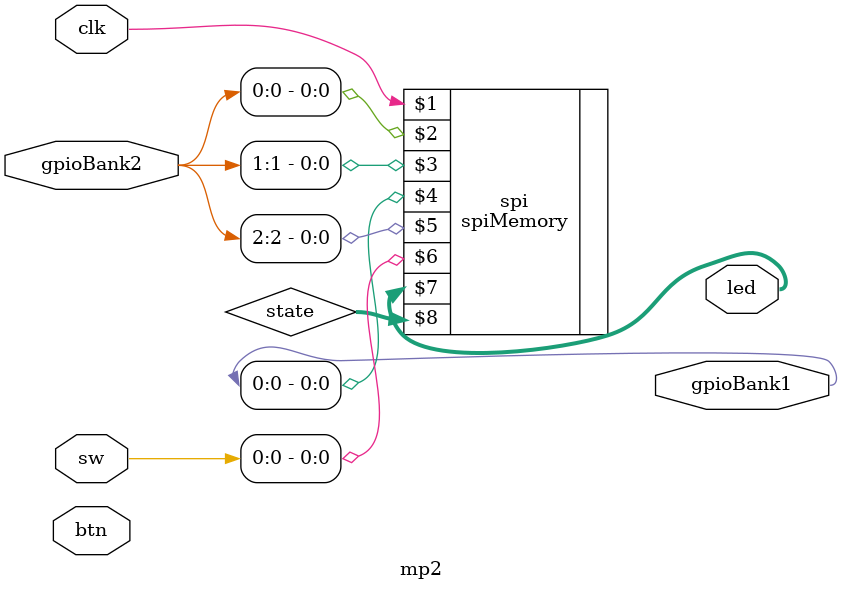
<source format=v>
`include "spimemory.v"

module mp2(led, gpioBank1, gpioBank2, clk, sw, btn);
output reg [7:0] led;
output reg [3:0] gpioBank1;
input[3:0] gpioBank2;
input clk;
input[7:0] sw;
input[3:0] btn;

wire[3:0] state; // we can take it out if we end up needing to

// Your MP2 code goes here!

spiMemory spi(clk, gpioBank2[0], gpioBank2[1], gpioBank1[0], gpioBank2[2], sw[0], led, state);

endmodule

</source>
